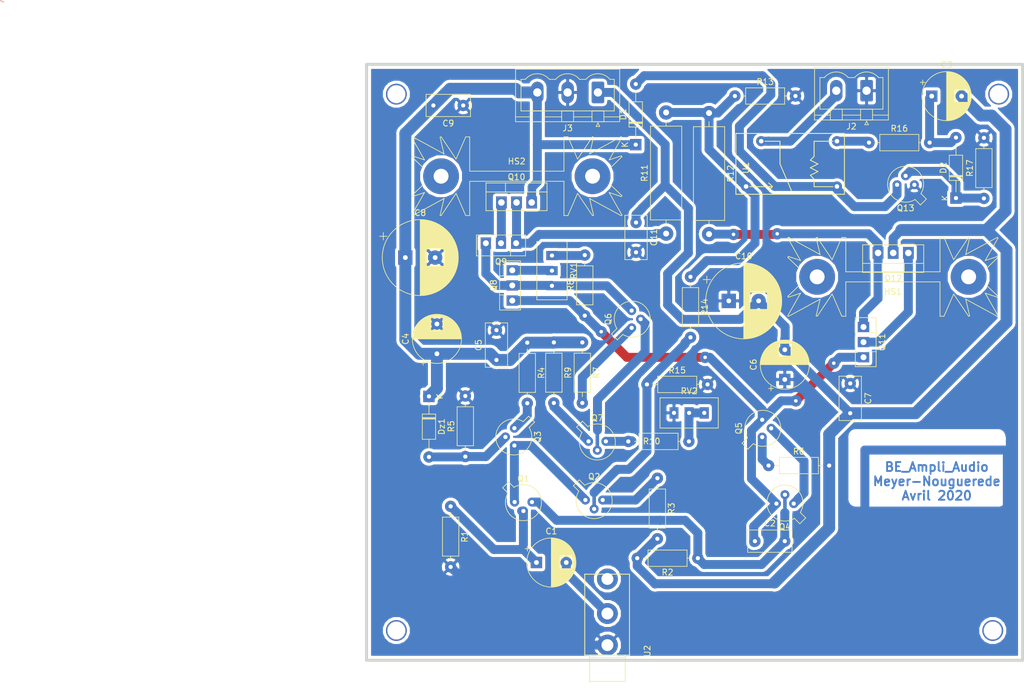
<source format=kicad_pcb>
(kicad_pcb (version 20171130) (host pcbnew "(5.0.0)")
  (title_block (title BE_Ampli_Audio) (date 2020-04-04) (rev V0) (company "INSA GEI") (comment 1 "Carole Meyer") (comment 2 "Louis Nouguerede"))
  (layers (0 F.Cu signal) (31 B.Cu signal) (34 B.Paste user hide) (35 F.Paste user hide) (36 B.SilkS user) (37 F.SilkS user) (38 B.Mask user) (39 F.Mask user hide) (44 Edge.Cuts user))
  (net 0 "")
  (net 1 "Net-(C1-Pad1)")
  (net 2 "Net-(C1-Pad2)")
  (net 3 "Net-(C2-Pad1)")
  (net 4 "Net-(C2-Pad2)")
  (net 5 -12V)
  (net 6 "Net-(C3-Pad1)")
  (net 7 GND)
  (net 8 +12V)
  (net 9 "Net-(D1-Pad2)")
  (net 10 "Net-(D2-Pad1)")
  (net 11 "Net-(Dz1-Pad2)")
  (net 12 "Net-(Q1-Pad1)")
  (net 13 "Net-(Q2-Pad2)")
  (net 14 "Net-(Q2-Pad3)")
  (net 15 "Net-(Q3-Pad1)")
  (net 16 "Net-(Q4-Pad1)")
  (net 17 "Net-(Q5-Pad1)")
  (net 18 "Net-(Q6-Pad3)")
  (net 19 "Net-(Q6-Pad2)")
  (net 20 "Net-(Q6-Pad1)")
  (net 21 "Net-(Q7-Pad1)")
  (net 22 "Net-(Q7-Pad3)")
  (net 23 "Net-(Q8-Pad3)")
  (net 24 "Net-(Q10-Pad2)")
  (net 25 "Net-(Q10-Pad1)")
  (net 26 "Net-(Q11-Pad2)")
  (net 27 "Net-(Q11-Pad1)")
  (net 28 "Net-(R8-Pad2)")
  (net 29 "Net-(R10-Pad2)")
  (net 30 "Net-(R11-Pad2)")
  (net 31 "Net-(R16-Pad1)")
  (net 32 "Net-(U2-PadTN)")
  (net 33 "Net-(J2-Pad2)")
  (module Be-Elec:RelayBE (layer F.Cu) (at 107.9881 43.9928 180)
    (fp_text reference U1 (at 16.51 4.445 270) (layer F.SilkS))
    (fp_text value Relay_1CT)
    (pad 7 thru_hole circle (at 16.49 1.3 180) (size 1.7 1.7) (drill 0.762) (layers *.Cu *.Mask) (net 30 "Net-(R11-Pad2)"))
    (pad 1 thru_hole circle (at 13.95 8.9 270) (size 1.7 1.7) (drill 0.762) (layers *.Cu *.Mask) (net 33 "Net-(J2-Pad2)"))
    (pad 6 thru_hole circle (at 1.25 1.3 180) (size 1.7 1.7) (drill 0.762) (layers *.Cu *.Mask) (net 9 "Net-(D1-Pad2)"))
    (pad 2 thru_hole circle (at 1.25 8.9 180) (size 1.7 1.7) (drill 0.762) (layers *.Cu *.Mask) (net 31 "Net-(R16-Pad1)"))
  )
  (module Be-Elec:CP_Radial_D8.0mm_P5.00mm (layer F.Cu) (at 122.6312 27.5336)
    (fp_text reference C3 (at 2.5 -5.25) (layer F.SilkS))
    (fp_text value 47µ)
    (pad 2 thru_hole circle (at 5 0) (size 1.9 1.9) (drill 0.8) (layers *.Cu *.Mask) (net 5 -12V))
    (pad 1 thru_hole rect (at 0 0) (size 1.9 1.9) (drill 0.8) (layers *.Cu *.Mask) (net 6 "Net-(C3-Pad1)"))
  )
  (module Be-Elec:C_Rect_L7.2mm_W3.5mm_P5.00mm_FKS2_FKP2_MKS2_MKP2 (layer F.Cu) (at 49.6443 71.8058 90)
    (fp_text reference C5 (at 2.5 -3 90) (layer F.SilkS))
    (fp_text value 100n)
    (pad 2 thru_hole circle (at 5 0 90) (size 1.9 1.9) (drill 0.7) (layers *.Cu *.Mask) (net 7 GND))
    (pad 1 thru_hole circle (at 0 0 90) (size 1.9 1.9) (drill 0.7) (layers *.Cu *.Mask) (net 8 +12V))
  )
  (module Be-Elec:C_Rect_L7.2mm_W3.5mm_P5.00mm_FKS2_FKP2_MKS2_MKP2 (layer F.Cu) (at 108.966 75.7428 270)
    (fp_text reference C7 (at 2.5 -3 270) (layer F.SilkS))
    (fp_text value 100n)
    (pad 1 thru_hole circle (at 0 0 270) (size 1.9 1.9) (drill 0.7) (layers *.Cu *.Mask) (net 7 GND))
    (pad 2 thru_hole circle (at 5 0 270) (size 1.9 1.9) (drill 0.7) (layers *.Cu *.Mask) (net 5 -12V))
  )
  (module Be-Elec:C_Rect_L7.2mm_W3.5mm_P5.00mm_FKS2_FKP2_MKS2_MKP2 (layer F.Cu) (at 44.069 29.0957 180)
    (fp_text reference C9 (at 2.5 -3 180) (layer F.SilkS))
    (fp_text value 100n)
    (pad 2 thru_hole circle (at 5 0 180) (size 1.9 1.9) (drill 0.7) (layers *.Cu *.Mask) (net 8 +12V))
    (pad 1 thru_hole circle (at 0 0 180) (size 1.9 1.9) (drill 0.7) (layers *.Cu *.Mask) (net 7 GND))
  )
  (module Be-Elec:C_Rect_L7.2mm_W3.5mm_P5.00mm_FKS2_FKP2_MKS2_MKP2 (layer F.Cu) (at 73.0504 48.7426 270)
    (fp_text reference C11 (at 2.5 -3 270) (layer F.SilkS))
    (fp_text value 100n)
    (pad 1 thru_hole circle (at 0 0 270) (size 1.9 1.9) (drill 0.7) (layers *.Cu *.Mask) (net 5 -12V))
    (pad 2 thru_hole circle (at 5 0 270) (size 1.9 1.9) (drill 0.7) (layers *.Cu *.Mask) (net 7 GND))
  )
  (module Be-Elec:PhoenixContact_MSTBVA_2,5_2-G-5,08_1x02_P5.08mm_Vertical (layer F.Cu) (at 111.7092 26.6192 180)
    (fp_text reference J2 (at 2.54 -6 180) (layer F.SilkS))
    (fp_text value Conn_01x02)
    (pad 2 thru_hole oval (at 5.08 0 180) (size 2.08 3.6) (drill 1.4) (layers *.Cu *.Mask) (net 33 "Net-(J2-Pad2)"))
    (pad 1 thru_hole roundrect (at 0 0 180) (size 2.08 3.6) (drill 1.4) (layers *.Cu *.Mask) (roundrect_rratio 0.120192) (net 7 GND))
  )
  (module Be-Elec:CP_Radial_D8.0mm_P5.00mm (layer F.Cu) (at 56.3499 105.791)
    (fp_text reference C1 (at 2.5 -5.25) (layer F.SilkS))
    (fp_text value 47µ)
    (pad 1 thru_hole rect (at 0 0) (size 1.9 1.9) (drill 0.8) (layers *.Cu *.Mask) (net 1 "Net-(C1-Pad1)"))
    (pad 2 thru_hole circle (at 5 0) (size 1.9 1.9) (drill 0.8) (layers *.Cu *.Mask) (net 2 "Net-(C1-Pad2)"))
  )
  (module Be-Elec:C_Rect_L7.2mm_W3.5mm_P5.00mm_FKS2_FKP2_MKS2_MKP2 (layer F.Cu) (at 92.9894 102.2096)
    (fp_text reference C2 (at 2.5 -3) (layer F.SilkS))
    (fp_text value C)
    (pad 1 thru_hole circle (at 0 0) (size 1.9 1.9) (drill 0.7) (layers *.Cu *.Mask) (net 3 "Net-(C2-Pad1)"))
    (pad 2 thru_hole circle (at 5 0) (size 1.9 1.9) (drill 0.7) (layers *.Cu *.Mask) (net 4 "Net-(C2-Pad2)"))
  )
  (module Be-Elec:CP_Radial_D8.0mm_P5.00mm (layer F.Cu) (at 39.6621 70.7644 90)
    (fp_text reference C4 (at 2.5 -5.25 90) (layer F.SilkS))
    (fp_text value 10µ)
    (pad 2 thru_hole circle (at 5 0 90) (size 1.9 1.9) (drill 0.8) (layers *.Cu *.Mask) (net 7 GND))
    (pad 1 thru_hole rect (at 0 0 90) (size 1.9 1.9) (drill 0.8) (layers *.Cu *.Mask) (net 8 +12V))
  )
  (module Be-Elec:CP_Radial_D8.0mm_P5.00mm (layer F.Cu) (at 97.9932 75.0824 90)
    (fp_text reference C6 (at 2.5 -5.25 90) (layer F.SilkS))
    (fp_text value 10µ)
    (pad 1 thru_hole rect (at 0 0 90) (size 1.9 1.9) (drill 0.8) (layers *.Cu *.Mask) (net 7 GND))
    (pad 2 thru_hole circle (at 5 0 90) (size 1.9 1.9) (drill 0.8) (layers *.Cu *.Mask) (net 5 -12V))
  )
  (module Be-Elec:CP_Radial_D12.5mm_P5.00mm (layer F.Cu) (at 34.3662 54.6227)
    (fp_text reference C8 (at 2.5 -7.5) (layer F.SilkS))
    (fp_text value 470µ)
    (pad 1 thru_hole rect (at 0 0) (size 2.4 2.4) (drill 0.8) (layers *.Cu *.Mask) (net 8 +12V))
    (pad 2 thru_hole circle (at 5 0) (size 2.4 2.4) (drill 0.8) (layers *.Cu *.Mask) (net 7 GND))
  )
  (module Be-Elec:CP_Radial_D12.5mm_P5.00mm (layer F.Cu) (at 88.6079 61.8871)
    (fp_text reference C10 (at 2.5 -7.5) (layer F.SilkS))
    (fp_text value 470µ)
    (pad 1 thru_hole rect (at 0 0) (size 2.4 2.4) (drill 0.8) (layers *.Cu *.Mask) (net 7 GND))
    (pad 2 thru_hole circle (at 5 0) (size 2.4 2.4) (drill 0.8) (layers *.Cu *.Mask) (net 5 -12V))
  )
  (module Be-Elec:D_DO-35_SOD27_P10.16mm_Horizontal (layer F.Cu) (at 72.9996 35.6743 90)
    (fp_text reference D1 (at 5.08 -2.12 90) (layer F.SilkS))
    (fp_text value 1N4148)
    (fp_text user K (at 0 -1.8 90) (layer F.SilkS))
    (pad 1 thru_hole rect (at 0 0 90) (size 1.9 1.9) (drill 0.7) (layers *.Cu *.Mask) (net 8 +12V))
    (pad 2 thru_hole oval (at 10.16 0 90) (size 1.9 1.9) (drill 0.7) (layers *.Cu *.Mask) (net 9 "Net-(D1-Pad2)"))
  )
  (module Be-Elec:D_DO-35_SOD27_P10.16mm_Horizontal (layer F.Cu) (at 126.6952 44.6405 90)
    (fp_text reference D2 (at 5.08 -2.12 90) (layer F.SilkS))
    (fp_text value 1N4148)
    (fp_text user K (at 0 -1.8 90) (layer F.SilkS))
    (pad 1 thru_hole rect (at 0 0 90) (size 1.9 1.9) (drill 0.7) (layers *.Cu *.Mask) (net 10 "Net-(D2-Pad1)"))
    (pad 2 thru_hole oval (at 10.16 0 90) (size 1.9 1.9) (drill 0.7) (layers *.Cu *.Mask) (net 6 "Net-(C3-Pad1)"))
  )
  (module Be-Elec:D_DO-35_SOD27_P10.16mm_Horizontal (layer F.Cu) (at 38.3286 77.9145 270)
    (fp_text reference Dz1 (at 5.08 -2.12 270) (layer F.SilkS))
    (fp_text value BZX55C5V1)
    (fp_text user K (at 0 -1.8 270) (layer F.SilkS))
    (pad 2 thru_hole oval (at 10.16 0 270) (size 1.9 1.9) (drill 0.7) (layers *.Cu *.Mask) (net 11 "Net-(Dz1-Pad2)"))
    (pad 1 thru_hole rect (at 0 0 270) (size 1.9 1.9) (drill 0.7) (layers *.Cu *.Mask) (net 8 +12V))
  )
  (module Be-Elec:Heatsink_Fischer_SK104-STC-STIC_35x13mm_2xDrill2.5mm (layer F.Cu) (at 116.120462 57.855449 180)
    (fp_text reference HS1 (at -0.025 -2.5 180) (layer F.SilkS))
    (fp_text value Heatsink)
    (pad 1 thru_hole circle (at 12.7 0 180) (size 6 6) (drill 2.5) (layers *.Cu *.Mask))
    (pad 1 thru_hole circle (at -12.7 0) (size 6 6) (drill 2.5) (layers *.Cu *.Mask))
  )
  (module Be-Elec:Heatsink_Fischer_SK104-STC-STIC_35x13mm_2xDrill2.5mm (layer F.Cu) (at 53.0606 40.9702)
    (fp_text reference HS2 (at -0.025 -2.5) (layer F.SilkS))
    (fp_text value Heatsink)
    (pad 1 thru_hole circle (at -12.7 0 180) (size 6 6) (drill 2.5) (layers *.Cu *.Mask))
    (pad 1 thru_hole circle (at 12.7 0) (size 6 6) (drill 2.5) (layers *.Cu *.Mask))
  )
  (module Be-Elec:PhoenixContact_MSTBVA_2,5_3-G-5,08_1x03_P5.08mm_Vertical (layer F.Cu) (at 66.6623 26.9113 180)
    (fp_text reference J3 (at 5.08 -6 180) (layer F.SilkS))
    (fp_text value Conn_01x03)
    (pad 1 thru_hole roundrect (at 0 0 180) (size 2.08 3.6) (drill 1.4) (layers *.Cu *.Mask) (roundrect_rratio 0.120192) (net 5 -12V))
    (pad 2 thru_hole oval (at 5.08 0 180) (size 2.08 3.6) (drill 1.4) (layers *.Cu *.Mask) (net 7 GND))
    (pad 3 thru_hole oval (at 10.16 0 180) (size 2.08 3.6) (drill 1.4) (layers *.Cu *.Mask) (net 8 +12V))
  )
  (module Be-Elec:TO-18-3 (layer F.Cu) (at 52.8955 95.7453)
    (fp_text reference Q1 (at 1.27 -4.02) (layer F.SilkS))
    (fp_text value 2N2907)
    (pad 1 thru_hole circle (at -0.2 -0.1) (size 1.5 1.5) (drill 0.7) (layers *.Cu *.Mask) (net 12 "Net-(Q1-Pad1)"))
    (pad 2 thru_hole circle (at 1.27 1.4) (size 1.5 1.5) (drill 0.7) (layers *.Cu *.Mask) (net 1 "Net-(C1-Pad1)"))
    (pad 3 thru_hole circle (at 2.7 -0.1) (size 1.5 1.5) (drill 0.7) (layers *.Cu *.Mask) (net 4 "Net-(C2-Pad2)"))
  )
  (module Be-Elec:TO-18-3 (layer F.Cu) (at 64.7573 95.4024)
    (fp_text reference Q2 (at 1.27 -4.02) (layer F.SilkS))
    (fp_text value 2N2907)
    (pad 1 thru_hole circle (at -0.2 -0.1) (size 1.5 1.5) (drill 0.7) (layers *.Cu *.Mask) (net 12 "Net-(Q1-Pad1)"))
    (pad 2 thru_hole circle (at 1.27 1.4) (size 1.5 1.5) (drill 0.7) (layers *.Cu *.Mask) (net 13 "Net-(Q2-Pad2)"))
    (pad 3 thru_hole circle (at 2.7 -0.1) (size 1.5 1.5) (drill 0.7) (layers *.Cu *.Mask) (net 14 "Net-(Q2-Pad3)"))
  )
  (module Be-Elec:TO-18-3 (layer F.Cu) (at 52.5526 83.4517 270)
    (fp_text reference Q3 (at 1.27 -4.02 270) (layer F.SilkS))
    (fp_text value 2N2907)
    (pad 3 thru_hole circle (at 2.7 -0.1 270) (size 1.5 1.5) (drill 0.7) (layers *.Cu *.Mask) (net 12 "Net-(Q1-Pad1)"))
    (pad 2 thru_hole circle (at 1.27 1.4 270) (size 1.5 1.5) (drill 0.7) (layers *.Cu *.Mask) (net 11 "Net-(Dz1-Pad2)"))
    (pad 1 thru_hole circle (at -0.2 -0.1 270) (size 1.5 1.5) (drill 0.7) (layers *.Cu *.Mask) (net 15 "Net-(Q3-Pad1)"))
  )
  (module Be-Elec:TO-18-3 (layer F.Cu) (at 99.2886 95.8088 180)
    (fp_text reference Q4 (at 1.27 -4.02 180) (layer F.SilkS))
    (fp_text value 2N2222)
    (pad 3 thru_hole circle (at 2.7 -0.1 180) (size 1.5 1.5) (drill 0.7) (layers *.Cu *.Mask) (net 3 "Net-(C2-Pad1)"))
    (pad 2 thru_hole circle (at 1.27 1.4 180) (size 1.5 1.5) (drill 0.7) (layers *.Cu *.Mask) (net 4 "Net-(C2-Pad2)"))
    (pad 1 thru_hole circle (at -0.2 -0.1 180) (size 1.5 1.5) (drill 0.7) (layers *.Cu *.Mask) (net 16 "Net-(Q4-Pad1)"))
  )
  (module Be-Elec:TO-18-3 (layer F.Cu) (at 94.3072 84.5439 90)
    (fp_text reference Q5 (at 1.27 -4.02 90) (layer F.SilkS))
    (fp_text value 2N2222)
    (pad 1 thru_hole circle (at -0.2 -0.1 90) (size 1.5 1.5) (drill 0.7) (layers *.Cu *.Mask) (net 17 "Net-(Q5-Pad1)"))
    (pad 2 thru_hole circle (at 1.27 1.4 90) (size 1.5 1.5) (drill 0.7) (layers *.Cu *.Mask) (net 16 "Net-(Q4-Pad1)"))
    (pad 3 thru_hole circle (at 2.7 -0.1 90) (size 1.5 1.5) (drill 0.7) (layers *.Cu *.Mask) (net 3 "Net-(C2-Pad1)"))
  )
  (module Be-Elec:TO-18-3 (layer F.Cu) (at 72.4154 66.2178 90)
    (fp_text reference Q6 (at 1.27 -4.02 90) (layer F.SilkS))
    (fp_text value 2N2907)
    (pad 3 thru_hole circle (at 2.7 -0.1 90) (size 1.5 1.5) (drill 0.7) (layers *.Cu *.Mask) (net 18 "Net-(Q6-Pad3)"))
    (pad 2 thru_hole circle (at 1.27 1.4 90) (size 1.5 1.5) (drill 0.7) (layers *.Cu *.Mask) (net 19 "Net-(Q6-Pad2)"))
    (pad 1 thru_hole circle (at -0.2 -0.1 90) (size 1.5 1.5) (drill 0.7) (layers *.Cu *.Mask) (net 20 "Net-(Q6-Pad1)"))
  )
  (module Be-Elec:TO-18-3 (layer F.Cu) (at 65.2907 85.5599)
    (fp_text reference Q7 (at 1.27 -4.02) (layer F.SilkS))
    (fp_text value 2N2907)
    (pad 1 thru_hole circle (at -0.2 -0.1) (size 1.5 1.5) (drill 0.7) (layers *.Cu *.Mask) (net 21 "Net-(Q7-Pad1)"))
    (pad 2 thru_hole circle (at 1.27 1.4) (size 1.5 1.5) (drill 0.7) (layers *.Cu *.Mask) (net 19 "Net-(Q6-Pad2)"))
    (pad 3 thru_hole circle (at 2.7 -0.1) (size 1.5 1.5) (drill 0.7) (layers *.Cu *.Mask) (net 22 "Net-(Q7-Pad3)"))
  )
  (module Be-Elec:TO-126-3_Vertical (layer F.Cu) (at 52.2986 61.8363 90)
    (fp_text reference Q8 (at 2.54 -3.12 90) (layer F.SilkS))
    (fp_text value BD139)
    (pad 1 thru_hole rect (at 0 0 90) (size 1.7 1.9) (drill 1) (layers *.Cu *.Mask) (net 3 "Net-(C2-Pad1)"))
    (pad 2 thru_hole rect (at 2.54 0 90) (size 1.7 1.9) (drill 1) (layers *.Cu *.Mask) (net 18 "Net-(Q6-Pad3)"))
    (pad 3 thru_hole rect (at 5.08 0 90) (size 1.7 1.9) (drill 1) (layers *.Cu *.Mask) (net 23 "Net-(Q8-Pad3)"))
  )
  (module Be-Elec:TO-126-3_Vertical (layer F.Cu) (at 52.9463 52.2097 180)
    (fp_text reference Q9 (at 2.54 -3.12 180) (layer F.SilkS))
    (fp_text value BD139)
    (pad 1 thru_hole rect (at 0 0 180) (size 1.7 1.9) (drill 1) (layers *.Cu *.Mask) (net 24 "Net-(Q10-Pad2)"))
    (pad 2 thru_hole rect (at 2.54 0 180) (size 1.7 1.9) (drill 1) (layers *.Cu *.Mask) (net 25 "Net-(Q10-Pad1)"))
    (pad 3 thru_hole rect (at 5.08 0 180) (size 1.7 1.9) (drill 1) (layers *.Cu *.Mask) (net 18 "Net-(Q6-Pad3)"))
  )
  (module Be-Elec:TO-220-3_Vertical (layer F.Cu) (at 50.4698 45.3771)
    (fp_text reference Q10 (at 2.54 -4.27) (layer F.SilkS))
    (fp_text value TIP32)
    (pad 3 thru_hole rect (at 5.08 0) (size 1.8 2) (drill 1.1) (layers *.Cu *.Mask) (net 8 +12V))
    (pad 2 thru_hole rect (at 2.54 0) (size 1.8 2) (drill 1.1) (layers *.Cu *.Mask) (net 24 "Net-(Q10-Pad2)"))
    (pad 1 thru_hole rect (at 0 0) (size 1.8 2) (drill 1.1) (layers *.Cu *.Mask) (net 25 "Net-(Q10-Pad1)"))
  )
  (module Be-Elec:TO-126-3_Vertical (layer F.Cu) (at 111.1885 66.2686 270)
    (fp_text reference Q11 (at 2.54 -3.12 270) (layer F.SilkS))
    (fp_text value BD138)
    (pad 3 thru_hole rect (at 5.08 0 270) (size 1.7 1.9) (drill 1) (layers *.Cu *.Mask) (net 3 "Net-(C2-Pad1)"))
    (pad 2 thru_hole rect (at 2.54 0 270) (size 1.7 1.9) (drill 1) (layers *.Cu *.Mask) (net 26 "Net-(Q11-Pad2)"))
    (pad 1 thru_hole rect (at 0 0 270) (size 1.7 1.9) (drill 1) (layers *.Cu *.Mask) (net 27 "Net-(Q11-Pad1)"))
  )
  (module Be-Elec:TO-220-3_Vertical (layer F.Cu) (at 118.711262 53.842249 180)
    (fp_text reference Q12 (at 2.54 -4.27 180) (layer F.SilkS))
    (fp_text value TIP31)
    (pad 1 thru_hole rect (at 0 0 180) (size 1.8 2) (drill 1.1) (layers *.Cu *.Mask) (net 26 "Net-(Q11-Pad2)"))
    (pad 2 thru_hole rect (at 2.54 0 180) (size 1.8 2) (drill 1.1) (layers *.Cu *.Mask) (net 5 -12V))
    (pad 3 thru_hole rect (at 5.08 0 180) (size 1.8 2) (drill 1.1) (layers *.Cu *.Mask) (net 27 "Net-(Q11-Pad1)"))
  )
  (module Be-Elec:TO-18-3 (layer F.Cu) (at 119.5197 42.3037 180)
    (fp_text reference Q13 (at 1.27 -4.02 180) (layer F.SilkS))
    (fp_text value 2N2222)
    (pad 3 thru_hole circle (at 2.7 -0.1 180) (size 1.5 1.5) (drill 0.7) (layers *.Cu *.Mask) (net 9 "Net-(D1-Pad2)"))
    (pad 2 thru_hole circle (at 1.27 1.4 180) (size 1.5 1.5) (drill 0.7) (layers *.Cu *.Mask) (net 10 "Net-(D2-Pad1)"))
    (pad 1 thru_hole circle (at -0.2 -0.1 180) (size 1.5 1.5) (drill 0.7) (layers *.Cu *.Mask) (net 7 GND))
  )
  (module Be-Elec:R_Axial_DIN0207_L6.3mm_D2.5mm_P10.16mm_Horizontal (layer F.Cu) (at 41.9608 96.3676 270)
    (fp_text reference R1 (at 5.08 -2.37 270) (layer F.SilkS))
    (fp_text value R)
    (pad 2 thru_hole circle (at 10.16 0 270) (size 1.9 1.9) (drill 0.7) (layers *.Cu *.Mask) (net 7 GND))
    (pad 1 thru_hole circle (at 0 0 270) (size 1.9 1.9) (drill 0.7) (layers *.Cu *.Mask) (net 1 "Net-(C1-Pad1)"))
  )
  (module Be-Elec:R_Axial_DIN0207_L6.3mm_D2.5mm_P10.16mm_Horizontal (layer F.Cu) (at 83.4136 105.0671 180)
    (fp_text reference R2 (at 5.08 -2.37 180) (layer F.SilkS))
    (fp_text value R)
    (pad 2 thru_hole circle (at 10.16 0 180) (size 1.9 1.9) (drill 0.7) (layers *.Cu *.Mask) (net 5 -12V))
    (pad 1 thru_hole circle (at 0 0 180) (size 1.9 1.9) (drill 0.7) (layers *.Cu *.Mask) (net 4 "Net-(C2-Pad2)"))
  )
  (module Be-Elec:R_Axial_DIN0207_L6.3mm_D2.5mm_P10.16mm_Horizontal (layer F.Cu) (at 76.6318 91.6432 270)
    (fp_text reference R3 (at 5.08 -2.37 270) (layer F.SilkS))
    (fp_text value R)
    (pad 2 thru_hole circle (at 10.16 0 270) (size 1.9 1.9) (drill 0.7) (layers *.Cu *.Mask) (net 5 -12V))
    (pad 1 thru_hole circle (at 0 0 270) (size 1.9 1.9) (drill 0.7) (layers *.Cu *.Mask) (net 14 "Net-(Q2-Pad3)"))
  )
  (module Be-Elec:R_Axial_DIN0207_L6.3mm_D2.5mm_P10.16mm_Horizontal (layer F.Cu) (at 54.8132 68.8975 270)
    (fp_text reference R4 (at 5.08 -2.37 270) (layer F.SilkS))
    (fp_text value R)
    (pad 1 thru_hole circle (at 0 0 270) (size 1.9 1.9) (drill 0.7) (layers *.Cu *.Mask) (net 8 +12V))
    (pad 2 thru_hole circle (at 10.16 0 270) (size 1.9 1.9) (drill 0.7) (layers *.Cu *.Mask) (net 15 "Net-(Q3-Pad1)"))
  )
  (module Be-Elec:R_Axial_DIN0207_L6.3mm_D2.5mm_P10.16mm_Horizontal (layer F.Cu) (at 44.4246 88.011 90)
    (fp_text reference R5 (at 5.08 -2.37 90) (layer F.SilkS))
    (fp_text value R)
    (pad 2 thru_hole circle (at 10.16 0 90) (size 1.9 1.9) (drill 0.7) (layers *.Cu *.Mask) (net 7 GND))
    (pad 1 thru_hole circle (at 0 0 90) (size 1.9 1.9) (drill 0.7) (layers *.Cu *.Mask) (net 11 "Net-(Dz1-Pad2)"))
  )
  (module Be-Elec:R_Axial_DIN0207_L6.3mm_D2.5mm_P10.16mm_Horizontal (layer F.Cu) (at 95.2754 89.5223)
    (fp_text reference R6 (at 5.08 -2.37) (layer F.SilkS))
    (fp_text value R)
    (pad 1 thru_hole circle (at 0 0) (size 1.9 1.9) (drill 0.7) (layers *.Cu *.Mask) (net 17 "Net-(Q5-Pad1)"))
    (pad 2 thru_hole circle (at 10.16 0) (size 1.9 1.9) (drill 0.7) (layers *.Cu *.Mask) (net 5 -12V))
  )
  (module Be-Elec:R_Axial_DIN0207_L6.3mm_D2.5mm_P10.16mm_Horizontal (layer F.Cu) (at 64.0461 68.8594 270)
    (fp_text reference R7 (at 5.08 -2.37 270) (layer F.SilkS))
    (fp_text value R)
    (pad 2 thru_hole circle (at 10.16 0 270) (size 1.9 1.9) (drill 0.7) (layers *.Cu *.Mask) (net 20 "Net-(Q6-Pad1)"))
    (pad 1 thru_hole circle (at 0 0 270) (size 1.9 1.9) (drill 0.7) (layers *.Cu *.Mask) (net 8 +12V))
  )
  (module Be-Elec:R_Axial_DIN0207_L6.3mm_D2.5mm_P10.16mm_Horizontal (layer F.Cu) (at 64.4525 64.3636 90)
    (fp_text reference R8 (at 5.08 -2.37 90) (layer F.SilkS))
    (fp_text value R)
    (pad 1 thru_hole circle (at 0 0 90) (size 1.9 1.9) (drill 0.7) (layers *.Cu *.Mask) (net 3 "Net-(C2-Pad1)"))
    (pad 2 thru_hole circle (at 10.16 0 90) (size 1.9 1.9) (drill 0.7) (layers *.Cu *.Mask) (net 28 "Net-(R8-Pad2)"))
  )
  (module Be-Elec:R_Axial_DIN0207_L6.3mm_D2.5mm_P10.16mm_Horizontal (layer F.Cu) (at 59.2709 68.8594 270)
    (fp_text reference R9 (at 5.08 -2.37 270) (layer F.SilkS))
    (fp_text value R)
    (pad 1 thru_hole circle (at 0 0 270) (size 1.9 1.9) (drill 0.7) (layers *.Cu *.Mask) (net 8 +12V))
    (pad 2 thru_hole circle (at 10.16 0 270) (size 1.9 1.9) (drill 0.7) (layers *.Cu *.Mask) (net 21 "Net-(Q7-Pad1)"))
  )
  (module Be-Elec:R_Axial_DIN0207_L6.3mm_D2.5mm_P10.16mm_Horizontal (layer F.Cu) (at 71.755 85.471)
    (fp_text reference R10 (at 3.9116 -0.0254) (layer F.SilkS))
    (fp_text value R)
    (pad 1 thru_hole circle (at 0 0) (size 1.9 1.9) (drill 0.7) (layers *.Cu *.Mask) (net 22 "Net-(Q7-Pad3)"))
    (pad 2 thru_hole circle (at 10.16 0) (size 1.9 1.9) (drill 0.7) (layers *.Cu *.Mask) (net 29 "Net-(R10-Pad2)"))
  )
  (module Be-Elec:R_Axial_DIN0516_L15.5mm_D5.0mm_P20.32mm_Horizontal (layer F.Cu) (at 78.0923 50.5968 90)
    (fp_text reference R11 (at 10.16 -3.62 90) (layer F.SilkS))
    (fp_text value R)
    (pad 1 thru_hole circle (at 0 0 90) (size 2.4 2.4) (drill 1) (layers *.Cu *.Mask) (net 24 "Net-(Q10-Pad2)"))
    (pad 2 thru_hole oval (at 20.32 0 90) (size 2.4 2.4) (drill 1) (layers *.Cu *.Mask) (net 30 "Net-(R11-Pad2)"))
  )
  (module Be-Elec:R_Axial_DIN0516_L15.5mm_D5.0mm_P20.32mm_Horizontal (layer F.Cu) (at 85.2932 30.3657 270)
    (fp_text reference R12 (at 10.16 -3.62 270) (layer F.SilkS))
    (fp_text value R)
    (pad 2 thru_hole oval (at 20.32 0 270) (size 2.4 2.4) (drill 1) (layers *.Cu *.Mask) (net 27 "Net-(Q11-Pad1)"))
    (pad 1 thru_hole circle (at 0 0 270) (size 2.4 2.4) (drill 1) (layers *.Cu *.Mask) (net 30 "Net-(R11-Pad2)"))
  )
  (module Be-Elec:R_Axial_DIN0207_L6.3mm_D2.5mm_P10.16mm_Horizontal (layer F.Cu) (at 89.6239 27.5082)
    (fp_text reference R13 (at 5.08 -2.37) (layer F.SilkS))
    (fp_text value R)
    (pad 2 thru_hole circle (at 10.16 0) (size 1.9 1.9) (drill 0.7) (layers *.Cu *.Mask) (net 7 GND))
    (pad 1 thru_hole circle (at 0 0) (size 1.9 1.9) (drill 0.7) (layers *.Cu *.Mask) (net 30 "Net-(R11-Pad2)"))
  )
  (module Be-Elec:R_Axial_DIN0207_L6.3mm_D2.5mm_P10.16mm_Horizontal (layer F.Cu) (at 82.1817 57.8485 270)
    (fp_text reference R14 (at 5.08 -2.37 270) (layer F.SilkS))
    (fp_text value R)
    (pad 1 thru_hole circle (at 0 0 270) (size 1.9 1.9) (drill 0.7) (layers *.Cu *.Mask) (net 30 "Net-(R11-Pad2)"))
    (pad 2 thru_hole circle (at 10.16 0 270) (size 1.9 1.9) (drill 0.7) (layers *.Cu *.Mask) (net 13 "Net-(Q2-Pad2)"))
  )
  (module Be-Elec:R_Axial_DIN0207_L6.3mm_D2.5mm_P10.16mm_Horizontal (layer F.Cu) (at 74.8792 75.9079)
    (fp_text reference R15 (at 5.08 -2.37) (layer F.SilkS))
    (fp_text value R)
    (pad 1 thru_hole circle (at 0 0) (size 1.9 1.9) (drill 0.7) (layers *.Cu *.Mask) (net 13 "Net-(Q2-Pad2)"))
    (pad 2 thru_hole circle (at 10.16 0) (size 1.9 1.9) (drill 0.7) (layers *.Cu *.Mask) (net 7 GND))
  )
  (module Be-Elec:R_Axial_DIN0207_L6.3mm_D2.5mm_P10.16mm_Horizontal (layer F.Cu) (at 112.1156 35.3314)
    (fp_text reference R16 (at 5.08 -2.37) (layer F.SilkS))
    (fp_text value R)
    (pad 2 thru_hole circle (at 10.16 0) (size 1.9 1.9) (drill 0.7) (layers *.Cu *.Mask) (net 6 "Net-(C3-Pad1)"))
    (pad 1 thru_hole circle (at 0 0) (size 1.9 1.9) (drill 0.7) (layers *.Cu *.Mask) (net 31 "Net-(R16-Pad1)"))
  )
  (module Be-Elec:R_Axial_DIN0207_L6.3mm_D2.5mm_P10.16mm_Horizontal (layer F.Cu) (at 131.3815 44.6913 90)
    (fp_text reference R17 (at 5.08 -2.37 90) (layer F.SilkS))
    (fp_text value R)
    (pad 1 thru_hole circle (at 0 0 90) (size 1.9 1.9) (drill 0.7) (layers *.Cu *.Mask) (net 10 "Net-(D2-Pad1)"))
    (pad 2 thru_hole circle (at 10.16 0 90) (size 1.9 1.9) (drill 0.7) (layers *.Cu *.Mask) (net 7 GND))
  )
  (module Be-Elec:Potentiometer_Bourns_3296W_Vertical (layer F.Cu) (at 58.9534 59.3598 270)
    (fp_text reference RV1 (at -2.54 -3.66 270) (layer F.SilkS))
    (fp_text value R_POT)
    (pad 3 thru_hole rect (at -5.08 0 270) (size 1.5 1.9) (drill 0.7) (layers *.Cu *.Mask) (net 28 "Net-(R8-Pad2)"))
    (pad 2 thru_hole rect (at -2.54 0 270) (size 1.5 1.9) (drill 0.7) (layers *.Cu *.Mask) (net 23 "Net-(Q8-Pad3)"))
    (pad 1 thru_hole rect (at 0 0 270) (size 1.5 1.9) (drill 0.7) (layers *.Cu *.Mask) (net 18 "Net-(Q6-Pad3)"))
  )
  (module Be-Elec:Potentiometer_Bourns_3296W_Vertical (layer F.Cu) (at 84.4931 80.6831)
    (fp_text reference RV2 (at -2.54 -3.66) (layer F.SilkS))
    (fp_text value R_POT)
    (pad 1 thru_hole rect (at 0 0) (size 1.5 1.9) (drill 0.7) (layers *.Cu *.Mask) (net 29 "Net-(R10-Pad2)"))
    (pad 2 thru_hole rect (at -2.54 0) (size 1.5 1.9) (drill 0.7) (layers *.Cu *.Mask) (net 29 "Net-(R10-Pad2)"))
    (pad 3 thru_hole rect (at -5.08 0) (size 1.5 1.9) (drill 0.7) (layers *.Cu *.Mask) (net 7 GND))
  )
  (module Be-Elec:Jack_35RAPC2AV (layer F.Cu) (at 68.25 121.75 90)
    (fp_text reference U2 (at 1.1 6.7 90) (layer F.SilkS))
    (fp_text value Jack_Mono)
    (pad TN thru_hole circle (at 13.2 0 90) (size 3.5 3.5) (drill 2) (layers *.Cu *.Mask) (net 32 "Net-(U2-PadTN)"))
    (pad G thru_hole circle (at 2.1 0 90) (size 3.5 3.5) (drill 2) (layers *.Cu *.Mask) (net 7 GND))
    (pad T thru_hole circle (at 7.4 0 90) (size 3.5 3.5) (drill 2) (layers *.Cu *.Mask) (net 2 "Net-(C1-Pad2)"))
  )
  (gr_text "BE_Ampli_Audio\nMeyer-Nouguerede\nAvril 2020" (at 123.4708 92.166) (layer B.Cu) (effects (font (size 1.5 1.5) (thickness 0.3))))
  (gr_line (start -33 11.75) (end -33.5 11.5) (layer B.SilkS) (width 0.2))
  (gr_line (start 27.8638 22.1996) (end 27.8638 122.1996) (layer Edge.Cuts) (width 0.5))
  (gr_line (start 27.8638 122.1996) (end 137.8638 122.1996) (layer Edge.Cuts) (width 0.5))
  (gr_line (start 137.8638 22.1996) (end 137.8638 122.1996) (layer Edge.Cuts) (width 0.5))
  (gr_line (start 27.8638 22.1996) (end 137.8638 22.1996) (layer Edge.Cuts) (width 0.5))
  (via (at 32.8638 27.1996) (size 3.5) (drill 3) (layers F.Cu B.Cu) (net 0))
  (via (at 133.8638 27.1996) (size 3.5) (drill 3) (layers F.Cu B.Cu) (net 0))
  (via (at 32.8638 117.1996) (size 3.5) (drill 3) (layers F.Cu B.Cu) (net 0))
  (via (at 132.8638 117.1996) (size 3.5) (drill 3) (layers F.Cu B.Cu) (net 0))
  (segment (start 111.4185 86.9209) (end 135.2183 86.9209) (width 1.5) (layer B.Cu) (net 0))
  (segment (start 111.4185 97.3857) (end 111.4185 86.9209) (width 1.5) (layer B.Cu) (net 0))
  (segment (start 111.4312 97.3984) (end 111.4185 97.3857) (width 1.5) (layer B.Cu) (net 0))
  (segment (start 135.3072 97.3984) (end 111.4312 97.3984) (width 1.5) (layer B.Cu) (net 0))
  (segment (start 135.2056 87.1368) (end 135.3072 87.2384) (width 1.5) (layer B.Cu) (net 0))
  (segment (start 135.3072 87.2384) (end 135.3072 97.3984) (width 1.5) (layer B.Cu) (net 0))
  (segment (start 54.1655 103.6066) (end 56.3499 105.791) (width 1.5) (layer B.Cu) (net 1))
  (segment (start 54.1655 97.1453) (end 54.1655 103.6066) (width 1.5) (layer B.Cu) (net 1))
  (segment (start 54.1655 97.1453) (end 53.859502 97.1453) (width 1.5) (layer B.Cu) (net 1))
  (segment (start 49.1998 103.6066) (end 41.9608 96.3676) (width 1.5) (layer B.Cu) (net 1))
  (segment (start 54.1655 103.6066) (end 49.1998 103.6066) (width 1.5) (layer B.Cu) (net 1))
  (segment (start 61.3499 105.791) (end 61.3499 106.6501) (width 0.4) (layer F.Cu) (net 2))
  (segment (start 61.3499 107.4499) (end 68.25 114.35) (width 1.5) (layer B.Cu) (net 2))
  (segment (start 61.3499 105.791) (end 61.3499 107.4499) (width 1.5) (layer B.Cu) (net 2))
  (segment (start 61.9252 61.8363) (end 64.4525 64.3636) (width 1.5) (layer B.Cu) (net 3))
  (segment (start 52.2986 61.8363) (end 61.9252 61.8363) (width 1.5) (layer B.Cu) (net 3))
  (segment (start 92.7862 99.7112) (end 96.5886 95.9088) (width 1.5) (layer B.Cu) (net 3))
  (segment (start 92.7862 102.4382) (end 92.7862 99.7112) (width 1.5) (layer B.Cu) (net 3))
  (segment (start 93.457201 82.593899) (end 94.2072 81.8439) (width 1.5) (layer B.Cu) (net 3))
  (segment (start 92.407199 83.643901) (end 93.457201 82.593899) (width 1.5) (layer B.Cu) (net 3))
  (segment (start 96.5886 95.9088) (end 92.407199 91.727399) (width 1.5) (layer B.Cu) (net 3))
  (segment (start 92.407199 91.727399) (end 92.407199 83.643901) (width 1.5) (layer B.Cu) (net 3))
  (via (at 99.8474 78.6638) (size 1.9) (drill 0.6) (layers F.Cu B.Cu) (net 3))
  (via (at 106.210102 72.3392) (size 1.9) (drill 0.6) (layers F.Cu B.Cu) (net 3))
  (segment (start 99.8474 78.6638) (end 106.172002 72.3392) (width 1.5) (layer F.Cu) (net 3))
  (segment (start 106.172002 72.3392) (end 106.210102 72.3392) (width 1.5) (layer F.Cu) (net 3))
  (segment (start 111.1885 71.3486) (end 107.200702 71.3486) (width 1.5) (layer B.Cu) (net 3))
  (segment (start 107.200702 71.3486) (end 107.160101 71.389201) (width 1.5) (layer B.Cu) (net 3))
  (segment (start 107.160101 71.389201) (end 106.210102 72.3392) (width 1.5) (layer B.Cu) (net 3))
  (via (at 67.2084 67.056) (size 1.9) (drill 0.6) (layers F.Cu B.Cu) (net 3))
  (segment (start 64.4525 64.3636) (end 67.1449 67.056) (width 1.5) (layer B.Cu) (net 3))
  (segment (start 67.1449 67.056) (end 67.2084 67.056) (width 1.5) (layer B.Cu) (net 3))
  (via (at 84.6328 71.3613) (size 1.9) (drill 0.6) (layers F.Cu B.Cu) (net 3))
  (segment (start 67.2084 67.056) (end 71.5137 71.3613) (width 1.5) (layer F.Cu) (net 3))
  (segment (start 71.5137 71.3613) (end 83.289298 71.3613) (width 1.5) (layer F.Cu) (net 3))
  (segment (start 83.289298 71.3613) (end 84.6328 71.3613) (width 1.5) (layer F.Cu) (net 3))
  (segment (start 85.4202 71.3613) (end 84.6328 71.3613) (width 1.5) (layer B.Cu) (net 3))
  (segment (start 94.2072 81.8439) (end 94.2072 80.1483) (width 1.5) (layer B.Cu) (net 3))
  (segment (start 94.2072 80.1483) (end 85.4202 71.3613) (width 1.5) (layer B.Cu) (net 3))
  (segment (start 97.3873 78.6638) (end 99.8474 78.6638) (width 1.5) (layer B.Cu) (net 3))
  (segment (start 94.2072 81.8439) (end 97.3873 78.6638) (width 1.5) (layer B.Cu) (net 3))
  (segment (start 98.0186 97.4217) (end 98.0186 94.4088) (width 0.6) (layer B.Cu) (net 4))
  (segment (start 83.4136 100.838) (end 83.4136 105.0671) (width 1.5) (layer B.Cu) (net 4))
  (segment (start 56.6661 95.6453) (end 59.731799 98.710999) (width 1.5) (layer B.Cu) (net 4))
  (segment (start 55.5955 95.6453) (end 56.6661 95.6453) (width 1.5) (layer B.Cu) (net 4))
  (segment (start 59.731799 98.710999) (end 77.057499 98.710999) (width 1.5) (layer B.Cu) (net 4))
  (segment (start 77.057499 98.710999) (end 77.0636 98.7171) (width 1.5) (layer B.Cu) (net 4))
  (segment (start 77.0636 98.7171) (end 81.2927 98.7171) (width 1.5) (layer B.Cu) (net 4))
  (segment (start 81.2927 98.7171) (end 83.4136 100.838) (width 1.5) (layer B.Cu) (net 4))
  (segment (start 97.9894 97.4509) (end 97.9894 102.2096) (width 1.5) (layer B.Cu) (net 4))
  (segment (start 98.0186 97.4217) (end 97.9894 97.4509) (width 1.5) (layer B.Cu) (net 4))
  (segment (start 94.1032 106.1212) (end 97.7862 102.4382) (width 1.5) (layer B.Cu) (net 4))
  (segment (start 83.4136 105.0671) (end 84.4677 106.1212) (width 1.5) (layer B.Cu) (net 4))
  (segment (start 84.4677 106.1212) (end 94.1032 106.1212) (width 1.5) (layer B.Cu) (net 4))
  (segment (start 77.9399 42.4434) (end 74.0664 46.3169) (width 1.5) (layer B.Cu) (net 5))
  (segment (start 74.0664 46.3169) (end 74.0664 46.3677) (width 1.5) (layer B.Cu) (net 5))
  (segment (start 73.0504 47.3837) (end 73.0504 48.7426) (width 1.5) (layer B.Cu) (net 5))
  (segment (start 74.0664 46.3677) (end 73.0504 47.3837) (width 1.5) (layer B.Cu) (net 5))
  (segment (start 77.9399 42.4434) (end 77.9399 42.4688) (width 1.5) (layer B.Cu) (net 5))
  (segment (start 77.9399 42.4688) (end 81.8261 46.355) (width 1.5) (layer B.Cu) (net 5))
  (segment (start 81.8261 46.355) (end 81.8261 53.8734) (width 1.5) (layer B.Cu) (net 5))
  (segment (start 97.9932 68.2028) (end 97.9932 70.0824) (width 1.5) (layer B.Cu) (net 5))
  (segment (start 98.0567 68.1393) (end 97.9932 68.2028) (width 1.5) (layer B.Cu) (net 5))
  (segment (start 116.171262 51.342249) (end 116.171262 53.842249) (width 1.5) (layer B.Cu) (net 5))
  (segment (start 117.513611 49.9999) (end 116.171262 51.342249) (width 1.5) (layer B.Cu) (net 5))
  (segment (start 98.3056 70.0824) (end 97.9932 70.0824) (width 1.5) (layer B.Cu) (net 5))
  (segment (start 108.966 80.7428) (end 98.3056 70.0824) (width 1.5) (layer B.Cu) (net 5))
  (segment (start 94.807899 63.087099) (end 94.913299 63.087099) (width 1.5) (layer B.Cu) (net 5))
  (segment (start 93.6079 61.8871) (end 94.807899 63.087099) (width 1.5) (layer B.Cu) (net 5))
  (segment (start 98.0567 66.2305) (end 98.0567 68.1393) (width 1.5) (layer B.Cu) (net 5))
  (segment (start 94.913299 63.087099) (end 98.0567 66.2305) (width 1.5) (layer B.Cu) (net 5))
  (segment (start 81.8261 53.8734) (end 81.788 53.8734) (width 1.5) (layer B.Cu) (net 5))
  (segment (start 81.788 53.8734) (end 78.3463 57.3151) (width 1.5) (layer B.Cu) (net 5))
  (segment (start 78.3463 57.3151) (end 78.3463 62.5475) (width 1.5) (layer B.Cu) (net 5))
  (segment (start 78.3463 62.5475) (end 80.7974 64.9986) (width 1.5) (layer B.Cu) (net 5))
  (segment (start 90.4964 64.9986) (end 93.6079 61.8871) (width 1.5) (layer B.Cu) (net 5))
  (segment (start 80.7974 64.9986) (end 90.4964 64.9986) (width 1.5) (layer B.Cu) (net 5))
  (segment (start 77.9399 35.6362) (end 77.9399 42.4434) (width 1.5) (layer B.Cu) (net 5))
  (segment (start 66.6623 26.9113) (end 69.215 26.9113) (width 1.5) (layer B.Cu) (net 5))
  (segment (start 69.215 26.9113) (end 77.9399 35.6362) (width 1.5) (layer B.Cu) (net 5))
  (segment (start 105.4354 84.2734) (end 108.966 80.7428) (width 2) (layer B.Cu) (net 5))
  (segment (start 105.4354 89.5223) (end 105.4354 84.2734) (width 2) (layer B.Cu) (net 5))
  (segment (start 119.9045 80.7428) (end 135.1788 65.4685) (width 2) (layer B.Cu) (net 5))
  (segment (start 108.966 80.7428) (end 119.9045 80.7428) (width 2) (layer B.Cu) (net 5))
  (segment (start 135.1788 53.3781) (end 131.8006 49.9999) (width 2) (layer B.Cu) (net 5))
  (segment (start 135.1788 65.4685) (end 135.1788 53.3781) (width 2) (layer B.Cu) (net 5))
  (segment (start 131.8006 49.9999) (end 135.0137 46.7868) (width 2) (layer B.Cu) (net 5))
  (segment (start 135.0137 46.7868) (end 135.0137 33.1216) (width 2) (layer B.Cu) (net 5))
  (segment (start 135.0137 33.1216) (end 132.6896 30.7975) (width 2) (layer B.Cu) (net 5))
  (segment (start 130.8951 30.7975) (end 127.6312 27.5336) (width 2) (layer B.Cu) (net 5))
  (segment (start 132.6896 30.7975) (end 130.8951 30.7975) (width 2) (layer B.Cu) (net 5))
  (segment (start 131.8006 49.9999) (end 117.513611 49.9999) (width 2) (layer B.Cu) (net 5))
  (segment (start 105.4354 99.9871) (end 105.4354 89.5223) (width 2) (layer B.Cu) (net 5))
  (segment (start 96.266 109.1565) (end 105.4354 99.9871) (width 2) (layer B.Cu) (net 5))
  (segment (start 76.316998 109.347) (end 76.253498 109.4105) (width 1.5) (layer B.Cu) (net 5))
  (segment (start 96.1771 109.347) (end 76.316998 109.347) (width 1.5) (layer B.Cu) (net 5))
  (segment (start 76.189998 109.347) (end 76.316998 109.347) (width 1.5) (layer B.Cu) (net 5))
  (segment (start 73.2536 106.410602) (end 76.189998 109.347) (width 1.5) (layer B.Cu) (net 5))
  (segment (start 73.2536 105.0671) (end 73.2536 106.410602) (width 1.5) (layer B.Cu) (net 5))
  (segment (start 76.5175 101.8032) (end 73.2536 105.0671) (width 1.5) (layer B.Cu) (net 5))
  (segment (start 76.6318 101.8032) (end 76.5175 101.8032) (width 1.5) (layer B.Cu) (net 5))
  (segment (start 122.6058 27.559) (end 122.6312 27.5336) (width 1.5) (layer B.Cu) (net 6))
  (segment (start 125.8443 35.3314) (end 126.6952 34.4805) (width 1.5) (layer B.Cu) (net 6))
  (segment (start 122.2756 35.3314) (end 125.8443 35.3314) (width 1.5) (layer B.Cu) (net 6))
  (segment (start 122.2756 27.8892) (end 122.6312 27.5336) (width 1.5) (layer B.Cu) (net 6))
  (segment (start 122.2756 35.3314) (end 122.2756 27.8892) (width 1.5) (layer B.Cu) (net 6))
  (segment (start 55.0832 119.65) (end 68.25 119.65) (width 1.5) (layer B.Cu) (net 7))
  (segment (start 41.9608 106.5276) (end 55.0832 119.65) (width 1.5) (layer B.Cu) (net 7))
  (segment (start 55.5498 42.8771) (end 55.5498 45.3771) (width 1.5) (layer B.Cu) (net 8))
  (segment (start 55.5498 42.8771) (end 56.5023 41.9246) (width 1.5) (layer B.Cu) (net 8))
  (segment (start 70.5496 35.6743) (end 56.5023 35.6743) (width 1.5) (layer B.Cu) (net 8))
  (segment (start 72.9996 35.6743) (end 70.5496 35.6743) (width 1.5) (layer B.Cu) (net 8))
  (segment (start 56.5023 41.9246) (end 56.5023 35.6743) (width 1.5) (layer B.Cu) (net 8))
  (segment (start 56.5023 35.6743) (end 56.5023 26.9113) (width 1.5) (layer B.Cu) (net 8))
  (segment (start 34.3662 33.7985) (end 34.3662 54.6227) (width 2) (layer B.Cu) (net 8))
  (segment (start 39.069 29.0957) (end 34.3662 33.7985) (width 2) (layer B.Cu) (net 8))
  (segment (start 36.7121 70.7644) (end 39.6621 70.7644) (width 2) (layer B.Cu) (net 8))
  (segment (start 34.3662 68.4185) (end 36.7121 70.7644) (width 2) (layer B.Cu) (net 8))
  (segment (start 34.3662 54.6227) (end 34.3662 68.4185) (width 2) (layer B.Cu) (net 8))
  (segment (start 38.3286 77.9145) (end 39.6621 76.581) (width 2) (layer B.Cu) (net 8))
  (segment (start 39.6621 76.581) (end 39.6621 70.7644) (width 2) (layer B.Cu) (net 8))
  (segment (start 48.6029 70.7644) (end 49.6443 71.8058) (width 2) (layer B.Cu) (net 8))
  (segment (start 39.6621 70.7644) (end 48.6029 70.7644) (width 2) (layer B.Cu) (net 8))
  (segment (start 51.9049 71.8058) (end 54.8132 68.8975) (width 2) (layer B.Cu) (net 8))
  (segment (start 49.6443 71.8058) (end 51.9049 71.8058) (width 2) (layer B.Cu) (net 8))
  (segment (start 59.2328 68.8975) (end 59.2709 68.8594) (width 2) (layer B.Cu) (net 8))
  (segment (start 54.8132 68.8975) (end 59.2328 68.8975) (width 2) (layer B.Cu) (net 8))
  (segment (start 59.2709 68.8594) (end 64.0461 68.8594) (width 2) (layer B.Cu) (net 8))
  (segment (start 40.018999 28.145701) (end 39.069 29.0957) (width 2) (layer B.Cu) (net 8))
  (segment (start 41.863 26.3017) (end 40.018999 28.145701) (width 2) (layer B.Cu) (net 8))
  (segment (start 52.8527 26.3017) (end 41.863 26.3017) (width 2) (layer B.Cu) (net 8))
  (segment (start 56.5023 26.9113) (end 53.4623 26.9113) (width 2) (layer B.Cu) (net 8))
  (segment (start 53.4623 26.9113) (end 52.8527 26.3017) (width 2) (layer B.Cu) (net 8))
  (segment (start 116.8197 42.4037) (end 116.8197 44.0639) (width 1.5) (layer B.Cu) (net 9))
  (segment (start 114.8207 46.0629) (end 109.6518 46.0629) (width 1.5) (layer B.Cu) (net 9))
  (segment (start 116.8197 44.0639) (end 114.8207 46.0629) (width 1.5) (layer B.Cu) (net 9))
  (segment (start 106.7381 43.1492) (end 109.6518 46.0629) (width 1.5) (layer B.Cu) (net 9))
  (segment (start 106.7381 42.6928) (end 106.7381 43.1492) (width 1.5) (layer B.Cu) (net 9))
  (segment (start 74.4093 24.1046) (end 72.9996 25.5143) (width 1.5) (layer B.Cu) (net 9))
  (segment (start 94.2213 24.1046) (end 74.4093 24.1046) (width 1.5) (layer B.Cu) (net 9))
  (segment (start 96.3249 42.6928) (end 90.3859 36.7538) (width 1.5) (layer B.Cu) (net 9))
  (segment (start 90.3859 36.7538) (end 90.3859 32.5755) (width 1.5) (layer B.Cu) (net 9))
  (segment (start 90.3859 32.5755) (end 95.6437 27.3177) (width 1.5) (layer B.Cu) (net 9))
  (segment (start 95.6437 27.3177) (end 95.6437 25.527) (width 1.5) (layer B.Cu) (net 9))
  (segment (start 106.7381 42.6928) (end 96.3249 42.6928) (width 1.5) (layer B.Cu) (net 9))
  (segment (start 95.6437 25.527) (end 94.2213 24.1046) (width 1.5) (layer B.Cu) (net 9))
  (segment (start 131.3307 44.6405) (end 131.3815 44.6913) (width 1.5) (layer B.Cu) (net 10))
  (segment (start 126.6952 44.6405) (end 131.3307 44.6405) (width 1.5) (layer B.Cu) (net 10))
  (segment (start 118.999699 40.153701) (end 118.2497 40.9037) (width 1.5) (layer B.Cu) (net 10))
  (segment (start 124.658401 40.153701) (end 118.999699 40.153701) (width 1.5) (layer B.Cu) (net 10))
  (segment (start 126.6952 42.1905) (end 124.658401 40.153701) (width 1.5) (layer B.Cu) (net 10))
  (segment (start 126.6952 44.6405) (end 126.6952 42.1905) (width 1.5) (layer B.Cu) (net 10))
  (segment (start 44.3611 88.0745) (end 44.4246 88.011) (width 1.5) (layer B.Cu) (net 11))
  (segment (start 38.3286 88.0745) (end 44.3611 88.0745) (width 1.5) (layer B.Cu) (net 11))
  (segment (start 47.8633 88.011) (end 51.1526 84.7217) (width 1.5) (layer B.Cu) (net 11))
  (segment (start 44.4246 88.011) (end 47.8633 88.011) (width 1.5) (layer B.Cu) (net 11))
  (segment (start 55.4066 86.1517) (end 52.6526 86.1517) (width 1.5) (layer B.Cu) (net 12))
  (segment (start 64.5573 95.3024) (end 55.4066 86.1517) (width 1.5) (layer B.Cu) (net 12))
  (segment (start 52.6526 95.6024) (end 52.6955 95.6453) (width 1.5) (layer B.Cu) (net 12))
  (segment (start 52.6526 86.1517) (end 52.6526 95.6024) (width 1.5) (layer B.Cu) (net 12))
  (segment (start 66.0273 96.8024) (end 66.0273 94.068398) (width 0.6) (layer B.Cu) (net 13))
  (segment (start 66.0273 94.068398) (end 66.0273 94.3356) (width 0.6) (layer B.Cu) (net 13))
  (segment (start 74.8792 87.1347) (end 74.8792 75.9079) (width 1.5) (layer B.Cu) (net 13))
  (segment (start 71.8566 90.1573) (end 74.8792 87.1347) (width 1.5) (layer B.Cu) (net 13))
  (segment (start 69.8881 90.1573) (end 71.8566 90.1573) (width 1.5) (layer B.Cu) (net 13))
  (segment (start 66.0273 94.068398) (end 66.0273 94.0181) (width 1.5) (layer B.Cu) (net 13))
  (segment (start 66.0273 94.0181) (end 69.8881 90.1573) (width 1.5) (layer B.Cu) (net 13))
  (segment (start 74.8792 75.5142) (end 74.8792 75.9079) (width 1.5) (layer B.Cu) (net 13))
  (segment (start 81.231701 69.161699) (end 74.8792 75.5142) (width 1.5) (layer B.Cu) (net 13))
  (segment (start 81.231701 68.958499) (end 81.231701 69.161699) (width 1.5) (layer B.Cu) (net 13))
  (segment (start 82.1817 68.0085) (end 81.231701 68.958499) (width 1.5) (layer B.Cu) (net 13))
  (segment (start 72.9726 95.3024) (end 76.6318 91.6432) (width 1.5) (layer B.Cu) (net 14))
  (segment (start 67.4573 95.3024) (end 72.9726 95.3024) (width 1.5) (layer B.Cu) (net 14))
  (segment (start 54.8132 81.0911) (end 52.6526 83.2517) (width 1.5) (layer B.Cu) (net 15))
  (segment (start 54.8132 79.0575) (end 54.8132 81.0911) (width 1.5) (layer B.Cu) (net 15))
  (segment (start 99.5553 87.122) (end 95.7072 83.2739) (width 1.5) (layer B.Cu) (net 16))
  (segment (start 101.219 88.7857) (end 99.5553 87.122) (width 1.5) (layer B.Cu) (net 16))
  (segment (start 101.219 94.1197) (end 101.219 88.7857) (width 1.5) (layer B.Cu) (net 16))
  (segment (start 100.238599 95.100101) (end 101.219 94.1197) (width 1.5) (layer B.Cu) (net 16))
  (segment (start 99.4886 95.9088) (end 100.238599 95.158801) (width 1.5) (layer B.Cu) (net 16))
  (segment (start 100.238599 95.158801) (end 100.238599 95.100101) (width 1.5) (layer B.Cu) (net 16))
  (segment (start 94.2072 88.4541) (end 95.2754 89.5223) (width 1.5) (layer B.Cu) (net 17))
  (segment (start 94.2072 84.7439) (end 94.2072 88.4541) (width 1.5) (layer B.Cu) (net 17))
  (segment (start 49.8486 59.2963) (end 52.2986 59.2963) (width 1.5) (layer B.Cu) (net 18))
  (segment (start 47.8663 57.314) (end 49.8486 59.2963) (width 1.5) (layer B.Cu) (net 18))
  (segment (start 47.8663 52.2097) (end 47.8663 57.314) (width 1.5) (layer B.Cu) (net 18))
  (segment (start 58.8899 59.2963) (end 58.9534 59.3598) (width 1.5) (layer B.Cu) (net 18))
  (segment (start 52.2986 59.2963) (end 58.8899 59.2963) (width 1.5) (layer B.Cu) (net 18))
  (segment (start 68.1574 59.3598) (end 72.3154 63.5178) (width 1.5) (layer B.Cu) (net 18))
  (segment (start 58.9534 59.3598) (end 68.1574 59.3598) (width 1.5) (layer B.Cu) (net 18))
  (segment (start 66.5607 83.6295) (end 66.5607 86.9599) (width 0.6) (layer B.Cu) (net 19))
  (segment (start 66.5861 83.6041) (end 66.5607 83.6295) (width 0.6) (layer B.Cu) (net 19))
  (segment (start 66.5861 78.4352) (end 66.5861 83.6041) (width 1.5) (layer B.Cu) (net 19))
  (segment (start 74.5744 70.4469) (end 66.5861 78.4352) (width 1.5) (layer B.Cu) (net 19))
  (segment (start 73.8154 64.9478) (end 74.5744 65.7068) (width 1.5) (layer B.Cu) (net 19))
  (segment (start 74.5744 65.7068) (end 74.5744 70.4469) (width 1.5) (layer B.Cu) (net 19))
  (segment (start 64.0461 74.6871) (end 72.3154 66.4178) (width 1.5) (layer B.Cu) (net 20))
  (segment (start 64.0461 79.0194) (end 64.0461 74.6871) (width 1.5) (layer B.Cu) (net 20))
  (segment (start 59.2709 79.6401) (end 65.0907 85.4599) (width 1.5) (layer B.Cu) (net 21))
  (segment (start 59.2709 79.0194) (end 59.2709 79.6401) (width 1.5) (layer B.Cu) (net 21))
  (segment (start 72.2487 85.4599) (end 72.3519 85.3567) (width 1.5) (layer B.Cu) (net 22))
  (segment (start 71.7439 85.4599) (end 71.755 85.471) (width 1.5) (layer B.Cu) (net 22))
  (segment (start 67.9907 85.4599) (end 71.7439 85.4599) (width 1.5) (layer B.Cu) (net 22))
  (segment (start 58.8899 56.7563) (end 58.9534 56.8198) (width 1.5) (layer B.Cu) (net 23))
  (segment (start 52.2986 56.7563) (end 58.8899 56.7563) (width 1.5) (layer B.Cu) (net 23))
  (segment (start 53.0098 52.1462) (end 52.9463 52.2097) (width 1.5) (layer B.Cu) (net 24))
  (segment (start 53.0098 45.3771) (end 53.0098 52.1462) (width 1.5) (layer B.Cu) (net 24))
  (segment (start 76.395244 50.5968) (end 78.0923 50.5968) (width 1.5) (layer B.Cu) (net 24))
  (segment (start 76.249443 50.742601) (end 76.395244 50.5968) (width 1.5) (layer B.Cu) (net 24))
  (segment (start 56.763399 50.742601) (end 76.249443 50.742601) (width 1.5) (layer B.Cu) (net 24))
  (segment (start 55.2963 52.2097) (end 56.763399 50.742601) (width 1.5) (layer B.Cu) (net 24))
  (segment (start 52.9463 52.2097) (end 55.2963 52.2097) (width 1.5) (layer B.Cu) (net 24))
  (segment (start 50.4698 52.1462) (end 50.4063 52.2097) (width 1.5) (layer B.Cu) (net 25))
  (segment (start 50.4698 45.3771) (end 50.4698 52.1462) (width 1.5) (layer B.Cu) (net 25))
  (segment (start 118.711262 56.342249) (end 118.711262 53.842249) (width 1.5) (layer B.Cu) (net 26))
  (segment (start 118.711262 63.735838) (end 118.711262 56.342249) (width 1.5) (layer B.Cu) (net 26))
  (segment (start 113.6385 68.8086) (end 118.711262 63.735838) (width 1.5) (layer B.Cu) (net 26))
  (segment (start 111.1885 68.8086) (end 113.6385 68.8086) (width 1.5) (layer B.Cu) (net 26))
  (segment (start 113.631262 61.475838) (end 113.631262 53.842249) (width 1.5) (layer B.Cu) (net 27))
  (segment (start 111.1885 66.2686) (end 111.1885 63.9186) (width 1.5) (layer B.Cu) (net 27))
  (segment (start 111.1885 63.9186) (end 113.631262 61.475838) (width 1.5) (layer B.Cu) (net 27))
  (via (at 89.3953 50.736502) (size 1.9) (drill 0.6) (layers F.Cu B.Cu) (net 27))
  (segment (start 85.2932 50.6857) (end 89.344498 50.6857) (width 1.5) (layer B.Cu) (net 27))
  (segment (start 89.344498 50.6857) (end 89.3953 50.736502) (width 1.5) (layer B.Cu) (net 27))
  (via (at 96.7232 50.6349) (size 1.9) (drill 0.6) (layers F.Cu B.Cu) (net 27))
  (segment (start 89.3953 50.736502) (end 96.621598 50.736502) (width 1.5) (layer F.Cu) (net 27))
  (segment (start 96.621598 50.736502) (end 96.7232 50.6349) (width 1.5) (layer F.Cu) (net 27))
  (segment (start 98.066702 50.6349) (end 96.7232 50.6349) (width 1.5) (layer B.Cu) (net 27))
  (segment (start 112.0267 50.6349) (end 98.066702 50.6349) (width 1.5) (layer B.Cu) (net 27))
  (segment (start 113.631262 53.842249) (end 113.631262 52.239462) (width 1.5) (layer B.Cu) (net 27))
  (segment (start 113.631262 52.239462) (end 112.0267 50.6349) (width 1.5) (layer B.Cu) (net 27))
  (segment (start 64.3763 54.2798) (end 64.4525 54.2036) (width 1.5) (layer B.Cu) (net 28))
  (segment (start 58.9534 54.2798) (end 64.3763 54.2798) (width 1.5) (layer B.Cu) (net 28))
  (segment (start 81.915 80.7212) (end 81.9531 80.6831) (width 1.5) (layer B.Cu) (net 29))
  (segment (start 81.9531 80.6831) (end 84.4931 80.6831) (width 1.5) (layer B.Cu) (net 29))
  (segment (start 81.915 85.471) (end 81.915 80.7212) (width 1.5) (layer B.Cu) (net 29))
  (segment (start 85.2043 30.2768) (end 85.2932 30.3657) (width 1.5) (layer B.Cu) (net 30))
  (segment (start 78.0923 30.2768) (end 85.2043 30.2768) (width 1.5) (layer B.Cu) (net 30))
  (segment (start 85.2932 36.4879) (end 91.4981 42.6928) (width 1.5) (layer B.Cu) (net 30))
  (segment (start 85.2932 30.3657) (end 85.2932 36.4879) (width 1.5) (layer B.Cu) (net 30))
  (segment (start 93.0021 44.1968) (end 91.4981 42.6928) (width 1.5) (layer B.Cu) (net 30))
  (segment (start 93.0021 52.197) (end 93.0021 44.1968) (width 1.5) (layer B.Cu) (net 30))
  (segment (start 90.0684 55.1307) (end 93.0021 52.197) (width 1.5) (layer B.Cu) (net 30))
  (segment (start 82.1817 57.8485) (end 84.8995 55.1307) (width 1.5) (layer B.Cu) (net 30))
  (segment (start 84.8995 55.1307) (end 90.0684 55.1307) (width 1.5) (layer B.Cu) (net 30))
  (segment (start 86.7664 30.3657) (end 89.6239 27.5082) (width 1.5) (layer B.Cu) (net 30))
  (segment (start 85.2932 30.3657) (end 86.7664 30.3657) (width 1.5) (layer B.Cu) (net 30))
  (segment (start 111.877 35.0928) (end 112.1156 35.3314) (width 1.5) (layer B.Cu) (net 31))
  (segment (start 106.7381 35.0928) (end 111.877 35.0928) (width 1.5) (layer B.Cu) (net 31))
  (segment (start 106.6292 27.3792) (end 106.6292 26.6192) (width 1.5) (layer B.Cu) (net 33))
  (segment (start 98.9183 35.0901) (end 106.6292 27.3792) (width 1.5) (layer B.Cu) (net 33))
  (segment (start 95.242881 35.0901) (end 98.9183 35.0901) (width 1.5) (layer B.Cu) (net 33))
  (segment (start 95.240181 35.0928) (end 95.242881 35.0901) (width 1.5) (layer B.Cu) (net 33))
  (segment (start 94.0381 35.0928) (end 95.240181 35.0928) (width 1.5) (layer B.Cu) (net 33))
  (zone (net 7) (net_name GND) (layer B.Cu) (connect_pads (clearance 0.508)) (min_thickness 0.254) (fill yes (arc_segments 16) (thermal_gap 0.508) (thermal_bridge_width 0.508))
    (polygon (pts (xy 27.75 22.25) (xy 28.25 122.25) (xy 138 122) (xy 138 22.25)))
  )
)
</source>
